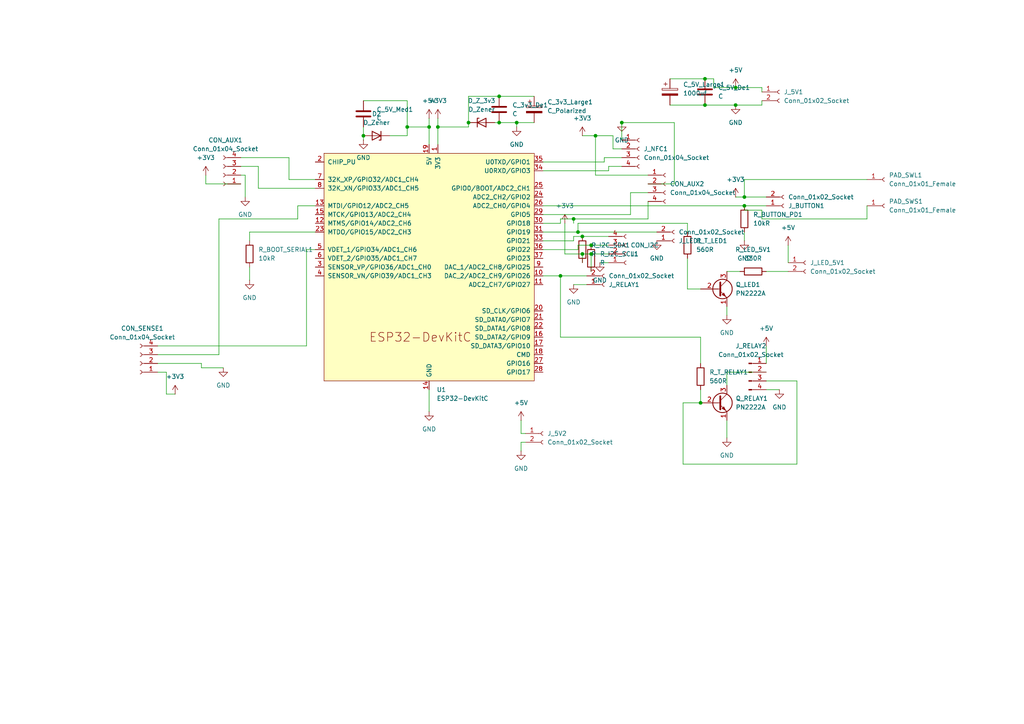
<source format=kicad_sch>
(kicad_sch (version 20231120) (generator "eeschema") (generator_version "8.0")
  (paper "A4")
  (lib_symbols
    (symbol "Connector:Conn_01x01_Female" (pin_names (offset 1.016) hide)
      (property "Reference" "J" (at 0 2.54 0))
      (property "Value" "Conn_01x01_Female" (at 0 -2.54 0))
      (symbol "Conn_01x01_Female_1_1"
        (polyline (pts (xy -1.27 0) (xy -0.508 0)) (stroke (width 0.1524)))
        (arc (start 0 0.508) (mid -0.5058 0) (end 0 -0.508) (stroke (width 0.1524)))
        (pin passive line (at -5.08 0 0) (length 3.81) (name "Pin_1") (number "1"))
      )
    )
    (symbol "Connector:Conn_01x02_Socket" (pin_names (offset 1.016) hide)
      (property "Reference" "J" (at 0 2.54 0))
      (property "Value" "Conn_01x02_Socket" (at 0 -5.08 0))
      (symbol "Conn_01x02_Socket_1_1"
        (arc (start 0 -2.032) (mid -0.5058 -2.54) (end 0 -3.048) (stroke (width 0.1524)))
        (polyline (pts (xy -1.27 -2.54) (xy -0.508 -2.54)) (stroke (width 0.1524)))
        (polyline (pts (xy -1.27 0) (xy -0.508 0)) (stroke (width 0.1524)))
        (arc (start 0 0.508) (mid -0.5058 0) (end 0 -0.508) (stroke (width 0.1524)))
        (pin passive line (at -5.08 0 0) (length 3.81) (name "Pin_1") (number "1"))
        (pin passive line (at -5.08 -2.54 0) (length 3.81) (name "Pin_2") (number "2"))
      )
    )
    (symbol "Connector:Conn_01x04_Pin" (pin_names (offset 1.016) hide)
      (property "Reference" "J" (at 0 5.08 0))
      (property "Value" "Conn_01x04_Pin" (at 0 -7.62 0))
      (symbol "Conn_01x04_Pin_1_1"
        (polyline (pts (xy 1.27 -5.08) (xy 0.8636 -5.08)) (stroke (width 0.1524)))
        (polyline (pts (xy 1.27 -2.54) (xy 0.8636 -2.54)) (stroke (width 0.1524)))
        (polyline (pts (xy 1.27 0) (xy 0.8636 0)) (stroke (width 0.1524)))
        (polyline (pts (xy 1.27 2.54) (xy 0.8636 2.54)) (stroke (width 0.1524)))
        (rectangle (start 0.8636 -4.953) (end 0 -5.207) (stroke (width 0.1524)) (fill (type outline)))
        (rectangle (start 0.8636 -2.413) (end 0 -2.667) (stroke (width 0.1524)) (fill (type outline)))
        (rectangle (start 0.8636 0.127) (end 0 -0.127) (stroke (width 0.1524)) (fill (type outline)))
        (rectangle (start 0.8636 2.667) (end 0 2.413) (stroke (width 0.1524)) (fill (type outline)))
        (pin passive line (at 5.08 2.54 180) (length 3.81) (name "Pin_1") (number "1"))
        (pin passive line (at 5.08 0 180) (length 3.81) (name "Pin_2") (number "2"))
        (pin passive line (at 5.08 -2.54 180) (length 3.81) (name "Pin_3") (number "3"))
        (pin passive line (at 5.08 -5.08 180) (length 3.81) (name "Pin_4") (number "4"))
      )
    )
    (symbol "Connector:Conn_01x04_Socket" (pin_names (offset 1.016) hide)
      (property "Reference" "J" (at 0 5.08 0))
      (property "Value" "Conn_01x04_Socket" (at 0 -7.62 0))
      (symbol "Conn_01x04_Socket_1_1"
        (arc (start 0 -4.572) (mid -0.5058 -5.08) (end 0 -5.588) (stroke (width 0.1524)))
        (arc (start 0 -2.032) (mid -0.5058 -2.54) (end 0 -3.048) (stroke (width 0.1524)))
        (polyline (pts (xy -1.27 -5.08) (xy -0.508 -5.08)) (stroke (width 0.1524)))
        (polyline (pts (xy -1.27 -2.54) (xy -0.508 -2.54)) (stroke (width 0.1524)))
        (polyline (pts (xy -1.27 0) (xy -0.508 0)) (stroke (width 0.1524)))
        (polyline (pts (xy -1.27 2.54) (xy -0.508 2.54)) (stroke (width 0.1524)))
        (arc (start 0 0.508) (mid -0.5058 0) (end 0 -0.508) (stroke (width 0.1524)))
        (arc (start 0 3.048) (mid -0.5058 2.54) (end 0 2.032) (stroke (width 0.1524)))
        (pin passive line (at -5.08 2.54 0) (length 3.81) (name "Pin_1") (number "1"))
        (pin passive line (at -5.08 0 0) (length 3.81) (name "Pin_2") (number "2"))
        (pin passive line (at -5.08 -2.54 0) (length 3.81) (name "Pin_3") (number "3"))
        (pin passive line (at -5.08 -5.08 0) (length 3.81) (name "Pin_4") (number "4"))
      )
    )
    (symbol "Device:C" (pin_numbers hide) (pin_names (offset 0.254))
      (property "Reference" "C" (at 0.635 2.54 0))
      (property "Value" "C" (at 0.635 -2.54 0))
      (symbol "C_0_1"
        (polyline (pts (xy -2.032 -0.762) (xy 2.032 -0.762)) (stroke (width 0.508)))
        (polyline (pts (xy -2.032 0.762) (xy 2.032 0.762)) (stroke (width 0.508)))
      )
      (symbol "C_1_1"
        (pin passive line (at 0 3.81 270) (length 2.794) (name "~") (number "1"))
        (pin passive line (at 0 -3.81 90) (length 2.794) (name "~") (number "2"))
      )
    )
    (symbol "Device:C_Polarized" (pin_numbers hide) (pin_names (offset 0.254))
      (property "Reference" "C" (at 0.635 2.54 0))
      (property "Value" "C_Polarized" (at 0.635 -2.54 0))
      (symbol "C_Polarized_0_1"
        (rectangle (start -2.286 0.508) (end 2.286 1.016))
        (polyline (pts (xy -1.778 2.286) (xy -0.762 2.286)))
        (polyline (pts (xy -1.27 2.794) (xy -1.27 1.778)))
        (rectangle (start 2.286 -0.508) (end -2.286 -1.016) (fill (type outline)))
      )
      (symbol "C_Polarized_1_1"
        (pin passive line (at 0 3.81 270) (length 2.794) (name "~") (number "1"))
        (pin passive line (at 0 -3.81 90) (length 2.794) (name "~") (number "2"))
      )
    )
    (symbol "Device:D_Zener" (pin_numbers hide) (pin_names (offset 1.016) hide)
      (property "Reference" "D" (at 0 2.54 0))
      (property "Value" "D_Zener" (at 0 -2.54 0))
      (symbol "D_Zener_0_1"
        (polyline (pts (xy 1.27 0) (xy -1.27 0)))
        (polyline (pts (xy -1.27 -1.27) (xy -1.27 1.27) (xy -0.762 1.27)) (stroke (width 0.254)))
        (polyline (pts (xy 1.27 -1.27) (xy 1.27 1.27) (xy -1.27 0) (xy 1.27 -1.27)) (stroke (width 0.254)))
      )
      (symbol "D_Zener_1_1"
        (pin passive line (at -3.81 0 0) (length 2.54) (name "K") (number "1"))
        (pin passive line (at 3.81 0 180) (length 2.54) (name "A") (number "2"))
      )
    )
    (symbol "Device:R" (pin_numbers hide) (pin_names (offset 0))
      (property "Reference" "R" (at 2.032 0 90))
      (property "Value" "R" (at 0 0 90))
      (symbol "R_0_1"
        (rectangle (start -1.016 -2.54) (end 1.016 2.54) (stroke (width 0.254)))
      )
      (symbol "R_1_1"
        (pin passive line (at 0 3.81 270) (length 1.27) (name "~") (number "1"))
        (pin passive line (at 0 -3.81 90) (length 1.27) (name "~") (number "2"))
      )
    )
    (symbol "PCM_Espressif:ESP32-DevKitC" (pin_names (offset 1.016))
      (property "Reference" "U" (at -30.48 38.1 0))
      (property "Value" "ESP32-DevKitC" (at -30.48 35.56 0))
      (symbol "ESP32-DevKitC_0_0"
        (text "ESP32-DevKitC" (at -2.54 -20.32 0) (effects (font (size 2.54 2.54))))
        (pin power_in line (at 0 -35.56 90) (length 2.54) (name "GND") (number "14"))
        (pin power_in line (at 0 35.56 270) (length 2.54) (name "5V") (number "19"))
      )
      (symbol "ESP32-DevKitC_0_1"
        (rectangle (start -30.48 33.02) (end 30.48 -33.02) (fill (type background)))
      )
      (symbol "ESP32-DevKitC_1_1"
        (pin power_in line (at 2.54 35.56 270) (length 2.54) (name "3V3") (number "1"))
        (pin bidirectional line (at 33.02 -2.54 180) (length 2.54) (name "DAC_2/ADC2_CH9/GPIO26") (number "10"))
        (pin bidirectional line (at 33.02 -5.08 180) (length 2.54) (name "ADC2_CH7/GPIO27") (number "11"))
        (pin bidirectional line (at -33.02 12.7 0) (length 2.54) (name "MTMS/GPIO14/ADC2_CH6") (number "12"))
        (pin bidirectional line (at -33.02 17.78 0) (length 2.54) (name "MTDI/GPIO12/ADC2_CH5") (number "13"))
        (pin bidirectional line (at -33.02 15.24 0) (length 2.54) (name "MTCK/GPIO13/ADC2_CH4") (number "15"))
        (pin bidirectional line (at 33.02 -20.32 180) (length 2.54) (name "SD_DATA2/GPIO9") (number "16"))
        (pin bidirectional line (at 33.02 -22.86 180) (length 2.54) (name "SD_DATA3/GPIO10") (number "17"))
        (pin bidirectional line (at 33.02 -25.4 180) (length 2.54) (name "CMD") (number "18"))
        (pin input line (at -33.02 30.48 0) (length 2.54) (name "CHIP_PU") (number "2"))
        (pin bidirectional line (at 33.02 -12.7 180) (length 2.54) (name "SD_CLK/GPIO6") (number "20"))
        (pin bidirectional line (at 33.02 -15.24 180) (length 2.54) (name "SD_DATA0/GPIO7") (number "21"))
        (pin bidirectional line (at 33.02 -17.78 180) (length 2.54) (name "SD_DATA1/GPIO8") (number "22"))
        (pin bidirectional line (at -33.02 10.16 0) (length 2.54) (name "MTDO/GPIO15/ADC2_CH3") (number "23"))
        (pin bidirectional line (at 33.02 20.32 180) (length 2.54) (name "ADC2_CH2/GPIO2") (number "24"))
        (pin bidirectional line (at 33.02 22.86 180) (length 2.54) (name "GPIO0/BOOT/ADC2_CH1") (number "25"))
        (pin bidirectional line (at 33.02 17.78 180) (length 2.54) (name "ADC2_CH0/GPIO4") (number "26"))
        (pin bidirectional line (at 33.02 -27.94 180) (length 2.54) (name "GPIO16") (number "27"))
        (pin bidirectional line (at 33.02 -30.48 180) (length 2.54) (name "GPIO17") (number "28"))
        (pin bidirectional line (at 33.02 15.24 180) (length 2.54) (name "GPIO5") (number "29"))
        (pin input line (at -33.02 0 0) (length 2.54) (name "SENSOR_VP/GPIO36/ADC1_CH0") (number "3"))
        (pin bidirectional line (at 33.02 12.7 180) (length 2.54) (name "GPIO18") (number "30"))
        (pin bidirectional line (at 33.02 10.16 180) (length 2.54) (name "GPIO19") (number "31"))
        (pin passive line (at 0 -35.56 90) (length 2.54) hide (name "GND") (number "32"))
        (pin bidirectional line (at 33.02 7.62 180) (length 2.54) (name "GPIO21") (number "33"))
        (pin bidirectional line (at 33.02 27.94 180) (length 2.54) (name "U0RXD/GPIO3") (number "34"))
        (pin bidirectional line (at 33.02 30.48 180) (length 2.54) (name "U0TXD/GPIO1") (number "35"))
        (pin bidirectional line (at 33.02 5.08 180) (length 2.54) (name "GPIO22") (number "36"))
        (pin bidirectional line (at 33.02 2.54 180) (length 2.54) (name "GPIO23") (number "37"))
        (pin passive line (at 0 -35.56 90) (length 2.54) hide (name "GND") (number "38"))
        (pin input line (at -33.02 -2.54 0) (length 2.54) (name "SENSOR_VN/GPIO39/ADC1_CH3") (number "4"))
        (pin input line (at -33.02 5.08 0) (length 2.54) (name "VDET_1/GPIO34/ADC1_CH6") (number "5"))
        (pin input line (at -33.02 2.54 0) (length 2.54) (name "VDET_2/GPIO35/ADC1_CH7") (number "6"))
        (pin bidirectional line (at -33.02 25.4 0) (length 2.54) (name "32K_XP/GPIO32/ADC1_CH4") (number "7"))
        (pin bidirectional line (at -33.02 22.86 0) (length 2.54) (name "32K_XN/GPIO33/ADC1_CH5") (number "8"))
        (pin bidirectional line (at 33.02 0 180) (length 2.54) (name "DAC_1/ADC2_CH8/GPIO25") (number "9"))
      )
    )
    (symbol "Transistor_BJT:PN2222A" (pin_names (offset 0) hide)
      (property "Reference" "Q" (at 5.08 1.905 0))
      (property "Value" "PN2222A" (at 5.08 0 0))
      (symbol "PN2222A_0_1"
        (polyline (pts (xy 0 0) (xy 0.635 0)))
        (polyline (pts (xy 2.54 -2.54) (xy 0.635 -0.635)))
        (polyline (pts (xy 2.54 2.54) (xy 0.635 0.635)))
        (polyline (pts (xy 0.635 1.905) (xy 0.635 -1.905) (xy 0.635 -1.905)) (stroke (width 0.508)))
        (polyline (pts (xy 2.413 -2.413) (xy 1.905 -1.905) (xy 1.905 -1.905)))
        (polyline (pts (xy 1.143 -1.651) (xy 1.651 -1.143) (xy 2.159 -2.159) (xy 1.143 -1.651) (xy 1.143 -1.651)) (fill (type outline)))
        (circle (center 1.27 0) (radius 2.8194) (stroke (width 0.254)))
      )
      (symbol "PN2222A_1_1"
        (pin passive line (at 2.54 -5.08 90) (length 2.54) (name "E") (number "1"))
        (pin input line (at -5.08 0 0) (length 5.08) (name "B") (number "2"))
        (pin passive line (at 2.54 5.08 270) (length 2.54) (name "C") (number "3"))
      )
    )
    (symbol "power:+3V3" (power) (pin_numbers hide) (pin_names (offset 0) hide)
      (property "Value" "+3V3" (at 0 3.556 0))
      (symbol "+3V3_0_1"
        (polyline (pts (xy -0.762 1.27) (xy 0 2.54)))
        (polyline (pts (xy 0 0) (xy 0 2.54)))
        (polyline (pts (xy 0 2.54) (xy 0.762 1.27)))
      )
      (symbol "+3V3_1_1"
        (pin power_in line (at 0 0 90) (length 0) (name "~") (number "1"))
      )
    )
    (symbol "power:+5V" (power) (pin_numbers hide) (pin_names (offset 0) hide)
      (property "Value" "+5V" (at 0 3.556 0))
      (symbol "+5V_0_1"
        (polyline (pts (xy -0.762 1.27) (xy 0 2.54)))
        (polyline (pts (xy 0 0) (xy 0 2.54)))
        (polyline (pts (xy 0 2.54) (xy 0.762 1.27)))
      )
      (symbol "+5V_1_1"
        (pin power_in line (at 0 0 90) (length 0) (name "~") (number "1"))
      )
    )
    (symbol "power:GND" (power) (pin_numbers hide) (pin_names (offset 0) hide)
      (property "Value" "GND" (at 0 -3.81 0))
      (symbol "GND_0_1"
        (polyline (pts (xy 0 0) (xy 0 -1.27) (xy 1.27 -1.27) (xy 0 -2.54) (xy -1.27 -1.27) (xy 0 -1.27)))
      )
      (symbol "GND_1_1"
        (pin power_in line (at 0 0 270) (length 0) (name "~") (number "1"))
      )
    )
  )
  (junction (at 105.41 39.37))
  (junction (at 168.91 73.66))
  (junction (at 167.64 67.31))
  (junction (at 118.11 36.83))
  (junction (at 172.72 39.37))
  (junction (at 204.47 22.86))
  (junction (at 144.78 27.94))
  (junction (at 162.56 80.01))
  (junction (at 171.45 73.66))
  (junction (at 204.47 30.48))
  (junction (at 171.45 71.12))
  (junction (at 203.2 116.84))
  (junction (at 135.89 35.56))
  (junction (at 213.36 25.4))
  (junction (at 144.78 35.56))
  (junction (at 127 36.83))
  (junction (at 124.46 36.83))
  (junction (at 215.9 57.15))
  (junction (at 149.86 35.56))
  (junction (at 180.34 35.56))
  (junction (at 213.36 30.48))
  (junction (at 168.91 68.58))
  (junction (at 166.37 63.5))
  (junction (at 215.9 59.69))
  (wire (pts (xy 59.69 53.34) (xy 69.85 53.34)))
  (wire (pts (xy 58.42 105.41) (xy 45.72 105.41)))
  (wire (pts (xy 215.9 60.96) (xy 220.98 60.96)))
  (wire (pts (xy 177.8 43.18) (xy 180.34 43.18)))
  (wire (pts (xy 48.26 114.3) (xy 48.26 107.95)))
  (wire (pts (xy 182.88 55.88) (xy 187.96 55.88)))
  (wire (pts (xy 199.39 74.93) (xy 199.39 83.82)))
  (wire (pts (xy 213.36 25.4) (xy 207.01 25.4)))
  (wire (pts (xy 187.96 63.5) (xy 187.96 58.42)))
  (wire (pts (xy 222.25 78.74) (xy 228.6 78.74)))
  (wire (pts (xy 118.11 36.83) (xy 124.46 36.83)))
  (wire (pts (xy 171.45 71.12) (xy 176.53 71.12)))
  (wire (pts (xy 157.48 67.31) (xy 167.64 67.31)))
  (wire (pts (xy 83.82 45.72) (xy 69.85 45.72)))
  (wire (pts (xy 48.26 107.95) (xy 45.72 107.95)))
  (wire (pts (xy 222.25 110.49) (xy 231.14 110.49)))
  (wire (pts (xy 143.51 35.56) (xy 144.78 35.56)))
  (wire (pts (xy 163.83 64.77) (xy 163.83 73.66)))
  (wire (pts (xy 86.36 63.5) (xy 86.36 59.69)))
  (wire (pts (xy 222.25 100.33) (xy 222.25 105.41)))
  (wire (pts (xy 144.78 35.56) (xy 149.86 35.56)))
  (wire (pts (xy 204.47 30.48) (xy 213.36 30.48)))
  (wire (pts (xy 207.01 25.4) (xy 207.01 22.86)))
  (wire (pts (xy 167.64 71.12) (xy 171.45 71.12)))
  (wire (pts (xy 88.9 100.33) (xy 88.9 72.39)))
  (wire (pts (xy 171.45 73.66) (xy 176.53 73.66)))
  (wire (pts (xy 210.82 107.95) (xy 210.82 111.76)))
  (wire (pts (xy 215.9 59.69) (xy 222.25 59.69)))
  (wire (pts (xy 171.45 78.74) (xy 171.45 73.66)))
  (wire (pts (xy 162.56 63.5) (xy 166.37 63.5)))
  (wire (pts (xy 157.48 59.69) (xy 215.9 59.69)))
  (wire (pts (xy 204.47 22.86) (xy 194.31 22.86)))
  (wire (pts (xy 162.56 64.77) (xy 162.56 63.5)))
  (wire (pts (xy 91.44 54.61) (xy 74.93 54.61)))
  (wire (pts (xy 71.12 50.8) (xy 69.85 50.8)))
  (wire (pts (xy 91.44 52.07) (xy 83.82 52.07)))
  (wire (pts (xy 162.56 97.79) (xy 203.2 97.79)))
  (wire (pts (xy 207.01 22.86) (xy 204.47 22.86)))
  (wire (pts (xy 135.89 35.56) (xy 135.89 27.94)))
  (wire (pts (xy 45.72 102.87) (xy 63.5 102.87)))
  (wire (pts (xy 210.82 121.92) (xy 210.82 127)))
  (wire (pts (xy 222.25 113.03) (xy 226.06 113.03)))
  (wire (pts (xy 127 36.83) (xy 127 41.91)))
  (wire (pts (xy 251.46 52.07) (xy 215.9 52.07)))
  (wire (pts (xy 166.37 68.58) (xy 168.91 68.58)))
  (wire (pts (xy 220.98 30.48) (xy 220.98 29.21)))
  (wire (pts (xy 151.13 128.27) (xy 151.13 130.81)))
  (wire (pts (xy 167.64 64.77) (xy 199.39 64.77)))
  (wire (pts (xy 124.46 113.03) (xy 124.46 119.38)))
  (wire (pts (xy 59.69 50.8) (xy 59.69 53.34)))
  (wire (pts (xy 199.39 64.77) (xy 199.39 67.31)))
  (wire (pts (xy 135.89 27.94) (xy 144.78 27.94)))
  (wire (pts (xy 210.82 88.9) (xy 210.82 91.44)))
  (wire (pts (xy 198.12 116.84) (xy 203.2 116.84)))
  (wire (pts (xy 172.72 50.8) (xy 172.72 39.37)))
  (wire (pts (xy 215.9 67.31) (xy 215.9 69.85)))
  (wire (pts (xy 215.9 59.69) (xy 215.9 60.96)))
  (wire (pts (xy 166.37 69.85) (xy 166.37 68.58)))
  (wire (pts (xy 251.46 63.5) (xy 251.46 59.69)))
  (wire (pts (xy 71.12 50.8) (xy 71.12 57.15)))
  (wire (pts (xy 175.26 45.72) (xy 180.34 45.72)))
  (wire (pts (xy 88.9 72.39) (xy 91.44 72.39)))
  (wire (pts (xy 210.82 78.74) (xy 214.63 78.74)))
  (wire (pts (xy 118.11 39.37) (xy 118.11 36.83)))
  (wire (pts (xy 213.36 57.15) (xy 215.9 57.15)))
  (wire (pts (xy 168.91 73.66) (xy 168.91 76.2)))
  (wire (pts (xy 157.48 64.77) (xy 162.56 64.77)))
  (wire (pts (xy 220.98 60.96) (xy 220.98 63.5)))
  (wire (pts (xy 199.39 83.82) (xy 203.2 83.82)))
  (wire (pts (xy 213.36 30.48) (xy 220.98 30.48)))
  (wire (pts (xy 168.91 68.58) (xy 176.53 68.58)))
  (wire (pts (xy 180.34 48.26) (xy 176.53 48.26)))
  (wire (pts (xy 151.13 121.92) (xy 151.13 125.73)))
  (wire (pts (xy 127 34.29) (xy 127 36.83)))
  (wire (pts (xy 203.2 113.03) (xy 203.2 116.84)))
  (wire (pts (xy 118.11 29.21) (xy 118.11 36.83)))
  (wire (pts (xy 162.56 80.01) (xy 170.18 80.01)))
  (wire (pts (xy 63.5 102.87) (xy 63.5 63.5)))
  (wire (pts (xy 180.34 35.56) (xy 180.34 40.64)))
  (wire (pts (xy 228.6 71.12) (xy 228.6 76.2)))
  (wire (pts (xy 127 36.83) (xy 135.89 36.83)))
  (wire (pts (xy 86.36 59.69) (xy 91.44 59.69)))
  (wire (pts (xy 72.39 69.85) (xy 72.39 67.31)))
  (wire (pts (xy 215.9 57.15) (xy 222.25 57.15)))
  (wire (pts (xy 203.2 97.79) (xy 203.2 105.41)))
  (wire (pts (xy 72.39 67.31) (xy 91.44 67.31)))
  (wire (pts (xy 187.96 50.8) (xy 172.72 50.8)))
  (wire (pts (xy 157.48 72.39) (xy 167.64 72.39)))
  (wire (pts (xy 187.96 53.34) (xy 195.58 53.34)))
  (wire (pts (xy 176.53 48.26) (xy 176.53 49.53)))
  (wire (pts (xy 157.48 69.85) (xy 166.37 69.85)))
  (wire (pts (xy 168.91 39.37) (xy 172.72 39.37)))
  (wire (pts (xy 157.48 80.01) (xy 162.56 80.01)))
  (wire (pts (xy 167.64 67.31) (xy 167.64 64.77)))
  (wire (pts (xy 166.37 63.5) (xy 187.96 63.5)))
  (wire (pts (xy 58.42 106.68) (xy 58.42 105.41)))
  (wire (pts (xy 113.03 39.37) (xy 118.11 39.37)))
  (wire (pts (xy 166.37 64.77) (xy 166.37 63.5)))
  (wire (pts (xy 63.5 63.5) (xy 86.36 63.5)))
  (wire (pts (xy 144.78 27.94) (xy 154.94 27.94)))
  (wire (pts (xy 173.99 76.2) (xy 176.53 76.2)))
  (wire (pts (xy 163.83 73.66) (xy 168.91 73.66)))
  (wire (pts (xy 152.4 128.27) (xy 151.13 128.27)))
  (wire (pts (xy 45.72 100.33) (xy 88.9 100.33)))
  (wire (pts (xy 154.94 35.56) (xy 149.86 35.56)))
  (wire (pts (xy 72.39 77.47) (xy 72.39 81.28)))
  (wire (pts (xy 64.77 106.68) (xy 58.42 106.68)))
  (wire (pts (xy 83.82 52.07) (xy 83.82 45.72)))
  (wire (pts (xy 222.25 107.95) (xy 210.82 107.95)))
  (wire (pts (xy 172.72 39.37) (xy 177.8 39.37)))
  (wire (pts (xy 167.64 72.39) (xy 167.64 71.12)))
  (wire (pts (xy 176.53 49.53) (xy 157.48 49.53)))
  (wire (pts (xy 215.9 52.07) (xy 215.9 57.15)))
  (wire (pts (xy 168.91 73.66) (xy 171.45 73.66)))
  (wire (pts (xy 182.88 62.23) (xy 182.88 55.88)))
  (wire (pts (xy 151.13 125.73) (xy 152.4 125.73)))
  (wire (pts (xy 105.41 36.83) (xy 105.41 39.37)))
  (wire (pts (xy 124.46 36.83) (xy 124.46 41.91)))
  (wire (pts (xy 231.14 110.49) (xy 231.14 134.62)))
  (wire (pts (xy 175.26 46.99) (xy 175.26 45.72)))
  (wire (pts (xy 195.58 35.56) (xy 180.34 35.56)))
  (wire (pts (xy 124.46 34.29) (xy 124.46 36.83)))
  (wire (pts (xy 194.31 30.48) (xy 204.47 30.48)))
  (wire (pts (xy 220.98 25.4) (xy 220.98 26.67)))
  (wire (pts (xy 166.37 82.55) (xy 170.18 82.55)))
  (wire (pts (xy 162.56 97.79) (xy 162.56 80.01)))
  (wire (pts (xy 149.86 35.56) (xy 149.86 36.83)))
  (wire (pts (xy 157.48 62.23) (xy 182.88 62.23)))
  (wire (pts (xy 105.41 29.21) (xy 118.11 29.21)))
  (wire (pts (xy 50.8 114.3) (xy 48.26 114.3)))
  (wire (pts (xy 105.41 39.37) (xy 105.41 40.64)))
  (wire (pts (xy 135.89 36.83) (xy 135.89 35.56)))
  (wire (pts (xy 74.93 54.61) (xy 74.93 48.26)))
  (wire (pts (xy 195.58 53.34) (xy 195.58 35.56)))
  (wire (pts (xy 157.48 46.99) (xy 175.26 46.99)))
  (wire (pts (xy 177.8 39.37) (xy 177.8 43.18)))
  (wire (pts (xy 220.98 63.5) (xy 251.46 63.5)))
  (wire (pts (xy 213.36 25.4) (xy 220.98 25.4)))
  (wire (pts (xy 231.14 134.62) (xy 198.12 134.62)))
  (wire (pts (xy 74.93 48.26) (xy 69.85 48.26)))
  (wire (pts (xy 198.12 134.62) (xy 198.12 116.84)))
  (wire (pts (xy 190.5 67.31) (xy 167.64 67.31)))
  (symbol (lib_id "Device:R") (at 199.39 71.12 0) (unit 1)
    (property "Reference" "R_T_LED1" (at 201.93 69.8499 0) (effects (justify left)))
    (property "Value" "560R" (at 201.93 72.3899 0) (effects (justify left)))
    (property "Footprint" "Resistor_THT:R_Axial_DIN0207_L6.3mm_D2.5mm_P10.16mm_Horizontal" (effects (hide yes)))
    (property "Description" "Resistor" (effects (hide yes)))
  )
  (symbol (lib_id "Transistor_BJT:PN2222A") (at 208.28 116.84 0) (unit 1)
    (property "Reference" "Q_RELAY1" (at 213.36 115.5699 0) (effects (justify left)))
    (property "Value" "PN2222A" (at 213.36 118.1099 0) (effects (justify left)))
    (property "Footprint" "Package_TO_SOT_THT:TO-92L_HandSolder" (effects (hide yes)))
    (property "Datasheet" "https://www.onsemi.com/pub/Collateral/PN2222-D.PDF" (effects (hide yes)))
    (property "Description" "1A Ic, 40V Vce, NPN Transistor, General Purpose Transistor, TO-92" (effects (hide yes)))
  )
  (symbol (lib_id "Connector:Conn_01x04_Socket") (at 193.04 53.34 0) (unit 1)
    (property "Reference" "CON_AUX2" (at 194.31 53.3399 0) (effects (justify left)))
    (property "Value" "Conn_01x04_Socket" (at 194.31 55.8799 0) (effects (justify left)))
    (property "Footprint" "Connector_PinHeader_2.54mm:PinHeader_1x04_P2.54mm_Vertical" (effects (hide yes)))
    (property "Description" "Generic connector, single row, 01x04, script generated" (effects (hide yes)))
  )
  (symbol (lib_id "Device:R") (at 171.45 74.93 0) (unit 1)
    (property "Reference" "R_I2C_SCL1" (at 173.99 73.6599 0) (effects (justify left)))
    (property "Value" "R" (at 173.99 76.1999 0) (effects (justify left)))
    (property "Footprint" "Resistor_THT:R_Axial_DIN0207_L6.3mm_D2.5mm_P10.16mm_Horizontal" (effects (hide yes)))
    (property "Description" "Resistor" (effects (hide yes)))
  )
  (symbol (lib_id "power:GND") (at 151.13 130.81 0) (unit 1)
    (property "Reference" "#PWR027" (effects (hide yes)))
    (property "Value" "GND" (at 151.13 135.89 0))
    (property "Description" "Power symbol creates a global label with name \"GND\" , ground" (effects (hide yes)))
  )
  (symbol (lib_id "Connector:Conn_01x01_Female") (at 256.54 59.69 0) (unit 1)
    (property "Reference" "PAD_SWS1" (at 257.81 58.4199 0) (effects (justify left)))
    (property "Value" "Conn_01x01_Female" (at 257.81 60.9599 0) (effects (justify left)))
    (property "Footprint" "Connector_Wire:SolderWirePad_1x01_SMD_5x10mm" (effects (hide yes)))
    (property "Description" "Generic connector, single row, 01x01, script generated (kicad-library-utils/schlib/autogen/connector/)" (effects (hide yes)))
  )
  (symbol (lib_id "power:GND") (at 124.46 119.38 0) (unit 1)
    (property "Reference" "#PWR09" (effects (hide yes)))
    (property "Value" "GND" (at 124.46 124.46 0))
    (property "Description" "Power symbol creates a global label with name \"GND\" , ground" (effects (hide yes)))
  )
  (symbol (lib_id "power:+3V3") (at 168.91 39.37 0) (unit 1)
    (property "Reference" "#PWR03" (effects (hide yes)))
    (property "Value" "+3V3" (at 168.91 34.29 0))
    (property "Description" "Power symbol creates a global label with name \"+3V3\"" (effects (hide yes)))
  )
  (symbol (lib_id "Connector:Conn_01x04_Pin") (at 217.17 107.95 0) (unit 1)
    (property "Reference" "J_RELAY2" (at 217.805 100.33 0))
    (property "Value" "Conn_01x02_Socket" (at 217.805 102.87 0))
    (property "Footprint" "Connector_PinHeader_2.54mm:PinHeader_1x04_P2.54mm_Vertical" (effects (hide yes)))
    (property "Description" "Generic connector, single row, 01x04, script generated" (effects (hide yes)))
  )
  (symbol (lib_id "power:+5V") (at 213.36 25.4 0) (unit 1)
    (property "Reference" "#PWR016" (effects (hide yes)))
    (property "Value" "+5V" (at 213.36 20.32 0))
    (property "Description" "Power symbol creates a global label with name \"+5V\"" (effects (hide yes)))
  )
  (symbol (lib_id "power:GND") (at 226.06 113.03 0) (unit 1)
    (property "Reference" "#PWR021" (effects (hide yes)))
    (property "Value" "GND" (at 226.06 118.11 0))
    (property "Description" "Power symbol creates a global label with name \"GND\" , ground" (effects (hide yes)))
  )
  (symbol (lib_id "Device:D_Zener") (at 109.22 39.37 180) (unit 1)
    (property "Reference" "D2" (at 109.22 33.02 0))
    (property "Value" "D_Zener" (at 109.22 35.56 0))
    (property "Footprint" "Diode_THT:D_T-1_P10.16mm_Horizontal" (effects (hide yes)))
    (property "Description" "Zener diode" (effects (hide yes)))
  )
  (symbol (lib_id "power:GND") (at 71.12 57.15 0) (unit 1)
    (property "Reference" "#PWR022" (effects (hide yes)))
    (property "Value" "GND" (at 71.12 62.23 0))
    (property "Description" "Power symbol creates a global label with name \"GND\" , ground" (effects (hide yes)))
  )
  (symbol (lib_id "power:GND") (at 166.37 82.55 0) (unit 1)
    (property "Reference" "#PWR05" (effects (hide yes)))
    (property "Value" "GND" (at 166.37 87.63 0))
    (property "Description" "Power symbol creates a global label with name \"GND\" , ground" (effects (hide yes)))
  )
  (symbol (lib_id "Connector:Conn_01x01_Female") (at 256.54 52.07 0) (unit 1)
    (property "Reference" "PAD_SWL1" (at 257.81 50.7999 0) (effects (justify left)))
    (property "Value" "Conn_01x01_Female" (at 257.81 53.3399 0) (effects (justify left)))
    (property "Footprint" "Connector_Wire:SolderWirePad_1x01_SMD_5x10mm" (effects (hide yes)))
    (property "Description" "Generic connector, single row, 01x01, script generated (kicad-library-utils/schlib/autogen/connector/)" (effects (hide yes)))
  )
  (symbol (lib_id "Device:R") (at 72.39 73.66 0) (unit 1)
    (property "Reference" "R_BOOT_SERIAL1" (at 74.93 72.3899 0) (effects (justify left)))
    (property "Value" "10kR" (at 74.93 74.9299 0) (effects (justify left)))
    (property "Footprint" "Resistor_THT:R_Axial_DIN0207_L6.3mm_D2.5mm_P10.16mm_Horizontal" (effects (hide yes)))
    (property "Description" "Resistor" (effects (hide yes)))
  )
  (symbol (lib_id "power:+3V3") (at 50.8 114.3 0) (unit 1)
    (property "Reference" "#PWR024" (effects (hide yes)))
    (property "Value" "+3V3" (at 50.8 109.22 0))
    (property "Description" "Power symbol creates a global label with name \"+3V3\"" (effects (hide yes)))
  )
  (symbol (lib_id "Connector:Conn_01x04_Socket") (at 181.61 73.66 0) (mirror x) (unit 1)
    (property "Reference" "J1" (at 182.88 73.6601 0) (effects (justify left)))
    (property "Value" "CON_I2C" (at 182.88 71.1201 0) (effects (justify left)))
    (property "Footprint" "Connector_PinHeader_2.54mm:PinHeader_1x04_P2.54mm_Vertical" (effects (hide yes)))
    (property "Description" "Generic connector, single row, 01x04, script generated" (effects (hide yes)))
  )
  (symbol (lib_id "Connector:Conn_01x02_Socket") (at 233.68 76.2 0) (unit 1)
    (property "Reference" "J_LED_5V1" (at 234.95 76.1999 0) (effects (justify left)))
    (property "Value" "Conn_01x02_Socket" (at 234.95 78.7399 0) (effects (justify left)))
    (property "Footprint" "Connector_PinHeader_2.54mm:PinHeader_1x02_P2.54mm_Vertical" (effects (hide yes)))
    (property "Description" "Generic connector, single row, 01x02, script generated" (effects (hide yes)))
  )
  (symbol (lib_id "Connector:Conn_01x04_Socket") (at 64.77 50.8 180) (unit 1)
    (property "Reference" "CON_AUX1" (at 65.405 40.64 0))
    (property "Value" "Conn_01x04_Socket" (at 65.405 43.18 0))
    (property "Footprint" "Connector_PinHeader_2.54mm:PinHeader_1x04_P2.54mm_Vertical" (effects (hide yes)))
    (property "Description" "Generic connector, single row, 01x04, script generated" (effects (hide yes)))
  )
  (symbol (lib_id "Connector:Conn_01x02_Socket") (at 157.48 125.73 0) (unit 1)
    (property "Reference" "J_5V2" (at 158.75 125.7299 0) (effects (justify left)))
    (property "Value" "Conn_01x02_Socket" (at 158.75 128.2699 0) (effects (justify left)))
    (property "Footprint" "Connector_PinHeader_2.54mm:PinHeader_1x02_P2.54mm_Vertical" (effects (hide yes)))
    (property "Description" "Generic connector, single row, 01x02, script generated" (effects (hide yes)))
  )
  (symbol (lib_id "power:+3V3") (at 127 34.29 0) (unit 1)
    (property "Reference" "#PWR02" (effects (hide yes)))
    (property "Value" "+3V3" (at 127 29.21 0))
    (property "Description" "Power symbol creates a global label with name \"+3V3\"" (effects (hide yes)))
  )
  (symbol (lib_id "power:GND") (at 105.41 40.64 0) (unit 1)
    (property "Reference" "#PWR018" (effects (hide yes)))
    (property "Value" "GND" (at 105.41 45.72 0))
    (property "Description" "Power symbol creates a global label with name \"GND\" , ground" (effects (hide yes)))
  )
  (symbol (lib_id "Connector:Conn_01x02_Socket") (at 175.26 82.55 0) (mirror x) (unit 1)
    (property "Reference" "J_RELAY1" (at 176.53 82.5501 0) (effects (justify left)))
    (property "Value" "Conn_01x02_Socket" (at 176.53 80.0101 0) (effects (justify left)))
    (property "Footprint" "Connector_PinSocket_2.54mm:PinSocket_1x02_P2.54mm_Vertical" (effects (hide yes)))
    (property "Description" "Generic connector, single row, 01x02, script generated" (effects (hide yes)))
  )
  (symbol (lib_id "Device:R") (at 168.91 72.39 0) (unit 1)
    (property "Reference" "R_I2C_SDA1" (at 171.45 71.1199 0) (effects (justify left)))
    (property "Value" "R" (at 171.45 73.6599 0) (effects (justify left)))
    (property "Footprint" "Resistor_THT:R_Axial_DIN0207_L6.3mm_D2.5mm_P10.16mm_Horizontal" (effects (hide yes)))
    (property "Description" "Resistor" (effects (hide yes)))
  )
  (symbol (lib_id "Device:C_Polarized") (at 154.94 31.75 0) (unit 1)
    (property "Reference" "C_3v3_Large1" (at 158.75 29.5909 0) (effects (justify left)))
    (property "Value" "C_Polarized" (at 158.75 32.1309 0) (effects (justify left)))
    (property "Footprint" "Capacitor_THT:CP_Radial_D5.0mm_P2.50mm" (effects (hide yes)))
    (property "Description" "Polarized capacitor" (effects (hide yes)))
  )
  (symbol (lib_id "power:GND") (at 210.82 127 0) (unit 1)
    (property "Reference" "#PWR011" (effects (hide yes)))
    (property "Value" "GND" (at 210.82 132.08 0))
    (property "Description" "Power symbol creates a global label with name \"GND\" , ground" (effects (hide yes)))
  )
  (symbol (lib_id "Connector:Conn_01x02_Socket") (at 195.58 69.85 0) (mirror x) (unit 1)
    (property "Reference" "J_LED1" (at 196.85 69.8501 0) (effects (justify left)))
    (property "Value" "Conn_01x02_Socket" (at 196.85 67.3101 0) (effects (justify left)))
    (property "Footprint" "Connector_PinHeader_2.54mm:PinHeader_1x02_P2.54mm_Vertical" (effects (hide yes)))
    (property "Description" "Generic connector, single row, 01x02, script generated" (effects (hide yes)))
  )
  (symbol (lib_id "Device:R") (at 215.9 63.5 0) (unit 1)
    (property "Reference" "R_BUTTON_PD1" (at 218.44 62.2299 0) (effects (justify left)))
    (property "Value" "10kR" (at 218.44 64.7699 0) (effects (justify left)))
    (property "Footprint" "Resistor_THT:R_Axial_DIN0207_L6.3mm_D2.5mm_P10.16mm_Horizontal" (effects (hide yes)))
    (property "Description" "Resistor" (effects (hide yes)))
  )
  (symbol (lib_id "power:GND") (at 149.86 36.83 0) (unit 1)
    (property "Reference" "#PWR017" (effects (hide yes)))
    (property "Value" "GND" (at 149.86 41.91 0))
    (property "Description" "Power symbol creates a global label with name \"GND\" , ground" (effects (hide yes)))
  )
  (symbol (lib_id "power:GND") (at 180.34 35.56 0) (unit 1)
    (property "Reference" "#PWR04" (effects (hide yes)))
    (property "Value" "GND" (at 180.34 40.64 0))
    (property "Description" "Power symbol creates a global label with name \"GND\" , ground" (effects (hide yes)))
  )
  (symbol (lib_id "power:GND") (at 210.82 91.44 0) (unit 1)
    (property "Reference" "#PWR014" (effects (hide yes)))
    (property "Value" "GND" (at 210.82 96.52 0))
    (property "Description" "Power symbol creates a global label with name \"GND\" , ground" (effects (hide yes)))
  )
  (symbol (lib_id "power:+5V") (at 222.25 100.33 0) (unit 1)
    (property "Reference" "#PWR010" (effects (hide yes)))
    (property "Value" "+5V" (at 222.25 95.25 0))
    (property "Description" "Power symbol creates a global label with name \"+5V\"" (effects (hide yes)))
  )
  (symbol (lib_id "power:GND") (at 72.39 81.28 0) (unit 1)
    (property "Reference" "#PWR01" (effects (hide yes)))
    (property "Value" "GND" (at 72.39 86.36 0))
    (property "Description" "Power symbol creates a global label with name \"GND\" , ground" (effects (hide yes)))
  )
  (symbol (lib_id "Transistor_BJT:PN2222A") (at 208.28 83.82 0) (unit 1)
    (property "Reference" "Q_LED1" (at 213.36 82.5499 0) (effects (justify left)))
    (property "Value" "PN2222A" (at 213.36 85.0899 0) (effects (justify left)))
    (property "Footprint" "Package_TO_SOT_THT:TO-92L_HandSolder" (effects (hide yes)))
    (property "Datasheet" "https://www.onsemi.com/pub/Collateral/PN2222-D.PDF" (effects (hide yes)))
    (property "Description" "1A Ic, 40V Vce, NPN Transistor, General Purpose Transistor, TO-92" (effects (hide yes)))
  )
  (symbol (lib_id "Device:C") (at 105.41 33.02 0) (unit 1)
    (property "Reference" "C_5V_Med1" (at 109.22 31.7499 0) (effects (justify left)))
    (property "Value" "C" (at 109.22 34.2899 0) (effects (justify left)))
    (property "Footprint" "Capacitor_THT:C_Disc_D5.0mm_W2.5mm_P5.00mm" (effects (hide yes)))
    (property "Description" "Unpolarized capacitor" (effects (hide yes)))
  )
  (symbol (lib_id "power:GND") (at 215.9 69.85 0) (unit 1)
    (property "Reference" "#PWR08" (effects (hide yes)))
    (property "Value" "GND" (at 215.9 74.93 0))
    (property "Description" "Power symbol creates a global label with name \"GND\" , ground" (effects (hide yes)))
  )
  (symbol (lib_id "power:+5V") (at 228.6 71.12 0) (unit 1)
    (property "Reference" "#PWR013" (effects (hide yes)))
    (property "Value" "+5V" (at 228.6 66.04 0))
    (property "Description" "Power symbol creates a global label with name \"+5V\"" (effects (hide yes)))
  )
  (symbol (lib_id "power:+5V") (at 151.13 121.92 0) (unit 1)
    (property "Reference" "#PWR026" (effects (hide yes)))
    (property "Value" "+5V" (at 151.13 116.84 0))
    (property "Description" "Power symbol creates a global label with name \"+5V\"" (effects (hide yes)))
  )
  (symbol (lib_id "Connector:Conn_01x02_Socket") (at 226.06 26.67 0) (unit 1)
    (property "Reference" "J_5V1" (at 227.33 26.6699 0) (effects (justify left)))
    (property "Value" "Conn_01x02_Socket" (at 227.33 29.2099 0) (effects (justify left)))
    (property "Footprint" "Connector_PinHeader_2.54mm:PinHeader_1x02_P2.54mm_Vertical" (effects (hide yes)))
    (property "Description" "Generic connector, single row, 01x02, script generated" (effects (hide yes)))
  )
  (symbol (lib_id "Device:C_Polarized") (at 194.31 26.67 0) (unit 1)
    (property "Reference" "C_5V_Large1" (at 198.12 24.5109 0) (effects (justify left)))
    (property "Value" "1000uf" (at 198.12 27.0509 0) (effects (justify left)))
    (property "Footprint" "Capacitor_THT:CP_Radial_D8.0mm_P5.00mm" (effects (hide yes)))
    (property "Description" "Polarized capacitor" (effects (hide yes)))
  )
  (symbol (lib_id "power:GND") (at 64.77 106.68 0) (unit 1)
    (property "Reference" "#PWR025" (effects (hide yes)))
    (property "Value" "GND" (at 64.77 111.76 0))
    (property "Description" "Power symbol creates a global label with name \"GND\" , ground" (effects (hide yes)))
  )
  (symbol (lib_id "Device:R") (at 218.44 78.74 90) (unit 1)
    (property "Reference" "R_LED_5V1" (at 218.44 72.39 90))
    (property "Value" "330R" (at 218.44 74.93 90))
    (property "Footprint" "Resistor_THT:R_Axial_DIN0207_L6.3mm_D2.5mm_P10.16mm_Horizontal" (effects (hide yes)))
    (property "Description" "Resistor" (effects (hide yes)))
  )
  (symbol (lib_id "power:GND") (at 213.36 30.48 0) (unit 1)
    (property "Reference" "#PWR015" (effects (hide yes)))
    (property "Value" "GND" (at 213.36 35.56 0))
    (property "Description" "Power symbol creates a global label with name \"GND\" , ground" (effects (hide yes)))
  )
  (symbol (lib_id "power:+5V") (at 124.46 34.29 0) (unit 1)
    (property "Reference" "#PWR012" (effects (hide yes)))
    (property "Value" "+5V" (at 124.46 29.21 0))
    (property "Description" "Power symbol creates a global label with name \"+5V\"" (effects (hide yes)))
  )
  (symbol (lib_id "Device:C") (at 204.47 26.67 0) (unit 1)
    (property "Reference" "C_5V_De1" (at 208.28 25.3999 0) (effects (justify left)))
    (property "Value" "C" (at 208.28 27.9399 0) (effects (justify left)))
    (property "Footprint" "Capacitor_THT:C_Disc_D4.3mm_W1.9mm_P5.00mm" (effects (hide yes)))
    (property "Description" "Unpolarized capacitor" (effects (hide yes)))
  )
  (symbol (lib_id "Connector:Conn_01x02_Socket") (at 227.33 59.69 0) (mirror x) (unit 1)
    (property "Reference" "J_BUTTON1" (at 228.6 59.6901 0) (effects (justify left)))
    (property "Value" "Conn_01x02_Socket" (at 228.6 57.1501 0) (effects (justify left)))
    (property "Footprint" "Connector_PinHeader_2.54mm:PinHeader_1x02_P2.54mm_Vertical" (effects (hide yes)))
    (property "Description" "Generic connector, single row, 01x02, script generated" (effects (hide yes)))
  )
  (symbol (lib_id "Connector:Conn_01x04_Socket") (at 185.42 43.18 0) (unit 1)
    (property "Reference" "J_NFC1" (at 186.69 43.1799 0) (effects (justify left)))
    (property "Value" "Conn_01x04_Socket" (at 186.69 45.7199 0) (effects (justify left)))
    (property "Footprint" "Connector_PinHeader_2.54mm:PinHeader_1x04_P2.54mm_Vertical" (effects (hide yes)))
    (property "Description" "Generic connector, single row, 01x04, script generated" (effects (hide yes)))
  )
  (symbol (lib_id "power:+3V3") (at 163.83 64.77 0) (unit 1)
    (property "Reference" "#PWR020" (effects (hide yes)))
    (property "Value" "+3V3" (at 163.83 59.69 0))
    (property "Description" "Power symbol creates a global label with name \"+3V3\"" (effects (hide yes)))
  )
  (symbol (lib_id "Device:C") (at 144.78 31.75 0) (unit 1)
    (property "Reference" "C_3v3_De1" (at 148.59 30.4799 0) (effects (justify left)))
    (property "Value" "C" (at 148.59 33.0199 0) (effects (justify left)))
    (property "Footprint" "Capacitor_THT:C_Disc_D3.4mm_W2.1mm_P2.50mm" (effects (hide yes)))
    (property "Description" "Unpolarized capacitor" (effects (hide yes)))
  )
  (symbol (lib_id "power:GND") (at 190.5 69.85 0) (unit 1)
    (property "Reference" "#PWR06" (effects (hide yes)))
    (property "Value" "GND" (at 190.5 74.93 0))
    (property "Description" "Power symbol creates a global label with name \"GND\" , ground" (effects (hide yes)))
  )
  (symbol (lib_id "PCM_Espressif:ESP32-DevKitC") (at 124.46 77.47 0) (unit 1)
    (property "Reference" "U1" (at 126.6541 113.03 0) (effects (justify left)))
    (property "Value" "ESP32-DevKitC" (at 126.6541 115.57 0) (effects (justify left)))
    (property "Footprint" "PCM_Espressif:ESP32-DevKitC" (effects (hide yes)))
    (property "Datasheet" "https://docs.espressif.com/projects/esp-idf/zh_CN/latest/esp32/hw-reference/esp32/get-started-devkitc.html" (effects (hide yes)))
    (property "Description" "Development Kit" (effects (hide yes)))
  )
  (symbol (lib_id "power:+3V3") (at 213.36 57.15 0) (unit 1)
    (property "Reference" "#PWR07" (effects (hide yes)))
    (property "Value" "+3V3" (at 213.36 52.07 0))
    (property "Description" "Power symbol creates a global label with name \"+3V3\"" (effects (hide yes)))
  )
  (symbol (lib_id "power:GND") (at 173.99 76.2 0) (unit 1)
    (property "Reference" "#PWR019" (effects (hide yes)))
    (property "Value" "GND" (at 173.99 81.28 0))
    (property "Description" "Power symbol creates a global label with name \"GND\" , ground" (effects (hide yes)))
  )
  (symbol (lib_id "Connector:Conn_01x04_Socket") (at 40.64 105.41 180) (unit 1)
    (property "Reference" "CON_SENSE1" (at 41.275 95.25 0))
    (property "Value" "Conn_01x04_Socket" (at 41.275 97.79 0))
    (property "Footprint" "Connector_PinHeader_2.54mm:PinHeader_1x04_P2.54mm_Vertical" (effects (hide yes)))
    (property "Description" "Generic connector, single row, 01x04, script generated" (effects (hide yes)))
  )
  (symbol (lib_id "Device:R") (at 203.2 109.22 0) (unit 1)
    (property "Reference" "R_T_RELAY1" (at 205.74 107.9499 0) (effects (justify left)))
    (property "Value" "560R" (at 205.74 110.4899 0) (effects (justify left)))
    (property "Footprint" "Resistor_THT:R_Axial_DIN0207_L6.3mm_D2.5mm_P10.16mm_Horizontal" (effects (hide yes)))
    (property "Description" "Resistor" (effects (hide yes)))
  )
  (symbol (lib_id "Device:D_Zener") (at 139.7 35.56 0) (unit 1)
    (property "Reference" "D_Z_3v3" (at 139.7 29.21 0))
    (property "Value" "D_Zener" (at 139.7 31.75 0))
    (property "Footprint" "Diode_THT:D_T-1_P10.16mm_Horizontal" (effects (hide yes)))
    (property "Description" "Zener diode" (effects (hide yes)))
  )
  (symbol (lib_id "power:+3V3") (at 59.69 50.8 0) (unit 1)
    (property "Reference" "#PWR023" (effects (hide yes)))
    (property "Value" "+3V3" (at 59.69 45.72 0))
    (property "Description" "Power symbol creates a global label with name \"+3V3\"" (effects (hide yes)))
  )
)
</source>
